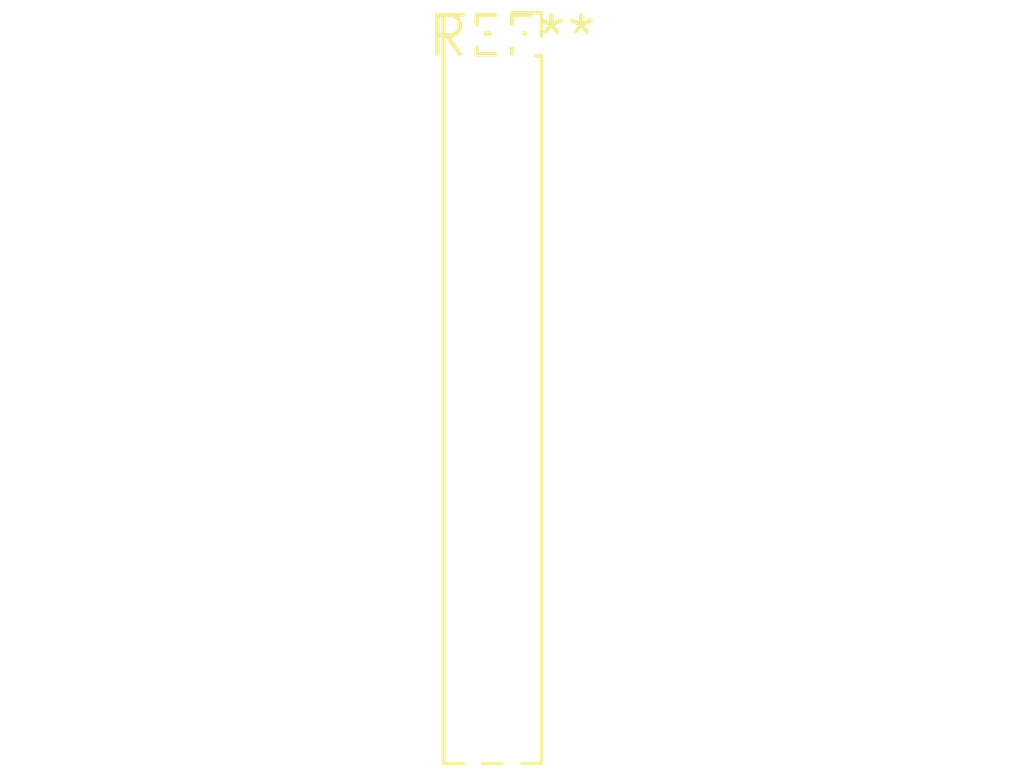
<source format=kicad_pcb>
(kicad_pcb (version 20240108) (generator pcbnew)
  (layers (0 "F.Cu" signal) (31 "B.Cu" signal) (34 "B.Paste" user) (35 "F.Paste" user) (36 "B.SilkS" user "B.Silkscreen") (37 "F.SilkS" user "F.Silkscreen") (38 "B.Mask" user) (39 "F.Mask" user) (44 "Edge.Cuts" user))
  (net 0 "")
  (footprint "PinSocket_2x19_P1.27mm_Vertical" (layer "F.Cu") (at 0 0)
    (property "Reference" "REF**")
    (property "Value" "PinSocket_2x19_P1.27mm_Vertical")
    (fp_line (start -2.22 -0.695) (end -2.22 23.555) (layer "F.SilkS") (stroke (width 0.12)))
    (fp_line (start -2.22 -0.695) (end -1.57753 -0.695) (layer "F.SilkS") (stroke (width 0.12)))
    (fp_line (start -2.22 23.555) (end -1.57753 23.555) (layer "F.SilkS") (stroke (width 0.12)))
    (fp_line (start -0.96247 -0.695) (end -0.76 -0.695) (layer "F.SilkS") (stroke (width 0.12)))
    (fp_line (start -0.96247 23.555) (end -0.30753 23.555) (layer "F.SilkS") (stroke (width 0.12)))
    (fp_line (start 0 -0.76) (end 0.95 -0.76) (layer "F.SilkS") (stroke (width 0.12)))
    (fp_line (start 0.30753 23.555) (end 0.95 23.555) (layer "F.SilkS") (stroke (width 0.12)))
    (fp_line (start 0.76 0.635) (end 0.95 0.635) (layer "F.SilkS") (stroke (width 0.12)))
    (fp_line (start 0.95 -0.76) (end 0.95 0) (layer "F.SilkS") (stroke (width 0.12)))
    (fp_line (start 0.95 0.635) (end 0.95 23.555) (layer "F.SilkS") (stroke (width 0.12)))
    (pad "1" thru_hole rect (at 0 0) (size 1 1) (drill 0.7) (layers *.Cu *.Mask) (remove_unused_layers))
    (pad "2" thru_hole oval (at -1.27 0) (size 1 1) (drill 0.7) (layers *.Cu *.Mask) (remove_unused_layers))
    (pad "3" thru_hole oval (at 0 1.27) (size 1 1) (drill 0.7) (layers *.Cu *.Mask) (remove_unused_layers))
    (pad "4" thru_hole oval (at -1.27 1.27) (size 1 1) (drill 0.7) (layers *.Cu *.Mask) (remove_unused_layers))
    (pad "5" thru_hole oval (at 0 2.54) (size 1 1) (drill 0.7) (layers *.Cu *.Mask) (remove_unused_layers))
    (pad "6" thru_hole oval (at -1.27 2.54) (size 1 1) (drill 0.7) (layers *.Cu *.Mask) (remove_unused_layers))
    (pad "7" thru_hole oval (at 0 3.81) (size 1 1) (drill 0.7) (layers *.Cu *.Mask) (remove_unused_layers))
    (pad "8" thru_hole oval (at -1.27 3.81) (size 1 1) (drill 0.7) (layers *.Cu *.Mask) (remove_unused_layers))
    (pad "9" thru_hole oval (at 0 5.08) (size 1 1) (drill 0.7) (layers *.Cu *.Mask) (remove_unused_layers))
    (pad "10" thru_hole oval (at -1.27 5.08) (size 1 1) (drill 0.7) (layers *.Cu *.Mask) (remove_unused_layers))
    (pad "11" thru_hole oval (at 0 6.35) (size 1 1) (drill 0.7) (layers *.Cu *.Mask) (remove_unused_layers))
    (pad "12" thru_hole oval (at -1.27 6.35) (size 1 1) (drill 0.7) (layers *.Cu *.Mask) (remove_unused_layers))
    (pad "13" thru_hole oval (at 0 7.62) (size 1 1) (drill 0.7) (layers *.Cu *.Mask) (remove_unused_layers))
    (pad "14" thru_hole oval (at -1.27 7.62) (size 1 1) (drill 0.7) (layers *.Cu *.Mask) (remove_unused_layers))
    (pad "15" thru_hole oval (at 0 8.89) (size 1 1) (drill 0.7) (layers *.Cu *.Mask) (remove_unused_layers))
    (pad "16" thru_hole oval (at -1.27 8.89) (size 1 1) (drill 0.7) (layers *.Cu *.Mask) (remove_unused_layers))
    (pad "17" thru_hole oval (at 0 10.16) (size 1 1) (drill 0.7) (layers *.Cu *.Mask) (remove_unused_layers))
    (pad "18" thru_hole oval (at -1.27 10.16) (size 1 1) (drill 0.7) (layers *.Cu *.Mask) (remove_unused_layers))
    (pad "19" thru_hole oval (at 0 11.43) (size 1 1) (drill 0.7) (layers *.Cu *.Mask) (remove_unused_layers))
    (pad "20" thru_hole oval (at -1.27 11.43) (size 1 1) (drill 0.7) (layers *.Cu *.Mask) (remove_unused_layers))
    (pad "21" thru_hole oval (at 0 12.7) (size 1 1) (drill 0.7) (layers *.Cu *.Mask) (remove_unused_layers))
    (pad "22" thru_hole oval (at -1.27 12.7) (size 1 1) (drill 0.7) (layers *.Cu *.Mask) (remove_unused_layers))
    (pad "23" thru_hole oval (at 0 13.97) (size 1 1) (drill 0.7) (layers *.Cu *.Mask) (remove_unused_layers))
    (pad "24" thru_hole oval (at -1.27 13.97) (size 1 1) (drill 0.7) (layers *.Cu *.Mask) (remove_unused_layers))
    (pad "25" thru_hole oval (at 0 15.24) (size 1 1) (drill 0.7) (layers *.Cu *.Mask) (remove_unused_layers))
    (pad "26" thru_hole oval (at -1.27 15.24) (size 1 1) (drill 0.7) (layers *.Cu *.Mask) (remove_unused_layers))
    (pad "27" thru_hole oval (at 0 16.51) (size 1 1) (drill 0.7) (layers *.Cu *.Mask) (remove_unused_layers))
    (pad "28" thru_hole oval (at -1.27 16.51) (size 1 1) (drill 0.7) (layers *.Cu *.Mask) (remove_unused_layers))
    (pad "29" thru_hole oval (at 0 17.78) (size 1 1) (drill 0.7) (layers *.Cu *.Mask) (remove_unused_layers))
    (pad "30" thru_hole oval (at -1.27 17.78) (size 1 1) (drill 0.7) (layers *.Cu *.Mask) (remove_unused_layers))
    (pad "31" thru_hole oval (at 0 19.05) (size 1 1) (drill 0.7) (layers *.Cu *.Mask) (remove_unused_layers))
    (pad "32" thru_hole oval (at -1.27 19.05) (size 1 1) (drill 0.7) (layers *.Cu *.Mask) (remove_unused_layers))
    (pad "33" thru_hole oval (at 0 20.32) (size 1 1) (drill 0.7) (layers *.Cu *.Mask) (remove_unused_layers))
    (pad "34" thru_hole oval (at -1.27 20.32) (size 1 1) (drill 0.7) (layers *.Cu *.Mask) (remove_unused_layers))
    (pad "35" thru_hole oval (at 0 21.59) (size 1 1) (drill 0.7) (layers *.Cu *.Mask) (remove_unused_layers))
    (pad "36" thru_hole oval (at -1.27 21.59) (size 1 1) (drill 0.7) (layers *.Cu *.Mask) (remove_unused_layers))
    (pad "37" thru_hole oval (at 0 22.86) (size 1 1) (drill 0.7) (layers *.Cu *.Mask) (remove_unused_layers))
    (pad "38" thru_hole oval (at -1.27 22.86) (size 1 1) (drill 0.7) (layers *.Cu *.Mask) (remove_unused_layers))
  )
)
</source>
